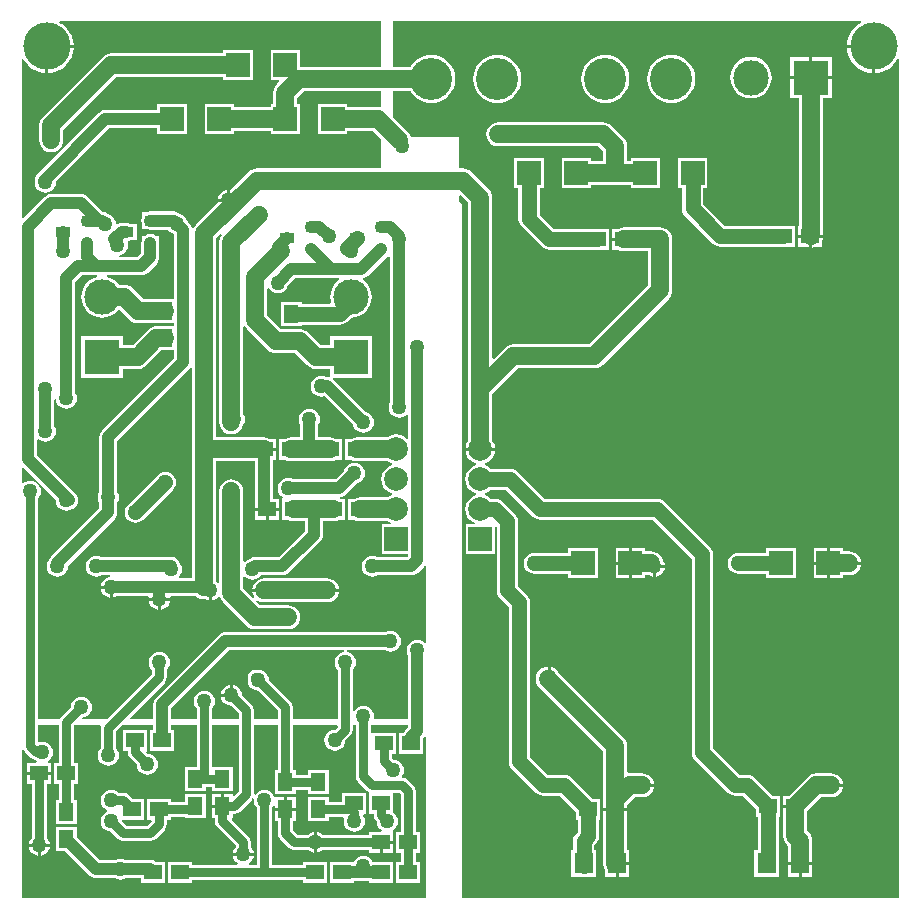
<source format=gbl>
G04 Layer_Physical_Order=2*
G04 Layer_Color=16711680*
%FSLAX25Y25*%
%MOIN*%
G70*
G01*
G75*
%ADD10R,0.05000X0.03600*%
%ADD11R,0.03600X0.03600*%
%ADD12R,0.03600X0.03000*%
%ADD13R,0.05000X0.06000*%
%ADD14R,0.06000X0.05000*%
%ADD29C,0.04000*%
%ADD30C,0.03000*%
%ADD31C,0.06000*%
%ADD32C,0.05000*%
%ADD33C,0.15748*%
%ADD34C,0.11811*%
%ADD35R,0.11811X0.11811*%
%ADD36C,0.14000*%
%ADD37R,0.11811X0.11811*%
%ADD38R,0.07874X0.07874*%
%ADD39C,0.07874*%
%ADD40C,0.05000*%
%ADD41R,0.07874X0.07874*%
%ADD42R,0.06200X0.07000*%
G36*
X461762Y419350D02*
X461506Y419017D01*
X461103Y418044D01*
X460965Y417000D01*
X460965Y417000D01*
Y357000D01*
X461103Y355956D01*
X461506Y354983D01*
X462147Y354147D01*
X462983Y353506D01*
X463956Y353103D01*
X465000Y352965D01*
X466044Y353103D01*
X467017Y353506D01*
X467853Y354147D01*
X468494Y354983D01*
X468897Y355956D01*
X468908Y356041D01*
X469057Y356235D01*
X469410Y357086D01*
X469530Y358000D01*
X469410Y358914D01*
X469057Y359765D01*
X469034Y359795D01*
Y388787D01*
X469462Y388965D01*
X469508Y388980D01*
X470147Y388147D01*
X477147Y381147D01*
X477147Y381147D01*
X477983Y380506D01*
X478553Y380270D01*
X478956Y380103D01*
X480000Y379965D01*
X486329D01*
X490360Y375935D01*
X491195Y375293D01*
X492168Y374890D01*
X493213Y374753D01*
X493213Y374753D01*
X497999D01*
Y372444D01*
X497888Y372176D01*
X497623Y371944D01*
X497000Y372026D01*
X496806D01*
X496765Y372057D01*
X495914Y372410D01*
X495000Y372530D01*
X494086Y372410D01*
X493235Y372057D01*
X492504Y371496D01*
X491943Y370765D01*
X491590Y369914D01*
X491470Y369000D01*
X491590Y368086D01*
X491943Y367235D01*
X492504Y366504D01*
X493235Y365943D01*
X494086Y365590D01*
X495000Y365470D01*
X495914Y365590D01*
X496067Y365654D01*
X505583Y356137D01*
X505590Y356086D01*
X505943Y355235D01*
X506504Y354504D01*
X507235Y353943D01*
X508086Y353590D01*
X509000Y353470D01*
X509914Y353590D01*
X510765Y353943D01*
X511496Y354504D01*
X512057Y355235D01*
X512410Y356086D01*
X512530Y357000D01*
X512410Y357914D01*
X512057Y358765D01*
X511496Y359496D01*
X510765Y360057D01*
X509914Y360410D01*
X509863Y360417D01*
X499140Y371140D01*
X498789Y371408D01*
X498950Y371882D01*
X511810D01*
Y385693D01*
X497999D01*
Y382822D01*
X494884D01*
X490853Y386853D01*
X490017Y387494D01*
X489044Y387897D01*
X488500Y387969D01*
Y388000D01*
X488262D01*
X488000Y388035D01*
X488000Y388035D01*
X481671D01*
X477035Y392671D01*
Y401489D01*
X477508Y401650D01*
X478004Y401004D01*
X478735Y400443D01*
X479586Y400090D01*
X480500Y399970D01*
X481414Y400090D01*
X482265Y400443D01*
X482996Y401004D01*
X483557Y401735D01*
X483910Y402586D01*
X483917Y402637D01*
X486253Y404974D01*
X500816D01*
X500984Y404503D01*
X499998Y403694D01*
X499135Y402642D01*
X498494Y401443D01*
X498099Y400141D01*
X497966Y398787D01*
X498099Y397434D01*
X498251Y396932D01*
X497954Y396530D01*
X488500D01*
Y397000D01*
X481500D01*
Y393229D01*
X481470Y393000D01*
X481500Y392771D01*
Y389000D01*
X488500D01*
Y389470D01*
X501117D01*
X502031Y389590D01*
X502882Y389943D01*
X503614Y390504D01*
X504964Y391854D01*
X506258Y391982D01*
X507560Y392377D01*
X508760Y393018D01*
X509811Y393881D01*
X510674Y394932D01*
X511315Y396132D01*
X511710Y397434D01*
X511844Y398787D01*
X511710Y400141D01*
X511315Y401443D01*
X510674Y402642D01*
X509811Y403694D01*
X508760Y404557D01*
X509034Y405070D01*
X509087Y405077D01*
X509602Y405291D01*
X509816Y405379D01*
X510443Y405860D01*
X516807Y412224D01*
X517828D01*
D01*
X517828D01*
X517974Y412078D01*
Y363806D01*
X517943Y363765D01*
X517590Y362914D01*
X517470Y362000D01*
X517590Y361086D01*
X517943Y360235D01*
X518504Y359504D01*
X519235Y358943D01*
X520086Y358590D01*
X521000Y358470D01*
X521914Y358590D01*
X522765Y358943D01*
X523496Y359504D01*
X523501Y359509D01*
X523974Y359349D01*
Y351675D01*
X523521Y351521D01*
X522490Y352312D01*
X521289Y352810D01*
X520000Y352980D01*
X518711Y352810D01*
X517510Y352312D01*
X517148Y352034D01*
X507006D01*
X505962Y351897D01*
X505019Y351506D01*
X503000D01*
Y348214D01*
X502972Y348000D01*
X503000Y347786D01*
Y344506D01*
X504989D01*
X504989Y344506D01*
X505962Y344103D01*
X507006Y343966D01*
X517148D01*
X517510Y343688D01*
X518567Y343250D01*
Y342750D01*
X517510Y342313D01*
X516479Y341521D01*
X515688Y340490D01*
X515190Y339289D01*
X515020Y338000D01*
X515190Y336711D01*
X515688Y335510D01*
X516479Y334479D01*
X517510Y333687D01*
X518567Y333250D01*
Y332750D01*
X517510Y332312D01*
X517156Y332041D01*
X508000D01*
X506956Y331904D01*
X505997Y331506D01*
X504000D01*
Y328269D01*
X503966Y328006D01*
X504000Y327744D01*
Y324506D01*
X505997D01*
X506956Y324109D01*
X508000Y323972D01*
X517140D01*
X517510Y323688D01*
X518138Y323427D01*
X518041Y322937D01*
X515063D01*
Y313063D01*
X523974D01*
Y312253D01*
X523747Y312026D01*
X513806D01*
X513765Y312057D01*
X512914Y312410D01*
X512000Y312530D01*
X511086Y312410D01*
X510235Y312057D01*
X509504Y311496D01*
X508943Y310765D01*
X508590Y309914D01*
X508470Y309000D01*
X508590Y308086D01*
X508943Y307235D01*
X509504Y306504D01*
X510235Y305943D01*
X511086Y305590D01*
X512000Y305470D01*
X512914Y305590D01*
X513765Y305943D01*
X513806Y305974D01*
X525000D01*
X525783Y306077D01*
X526299Y306291D01*
X526513Y306380D01*
X527140Y306860D01*
X529140Y308860D01*
X529493Y309321D01*
X529967Y309160D01*
Y283656D01*
X529496Y283496D01*
X528765Y284057D01*
X527914Y284410D01*
X527000Y284530D01*
X526086Y284410D01*
X525235Y284057D01*
X524504Y283496D01*
X523943Y282765D01*
X523590Y281914D01*
X523470Y281000D01*
X523590Y280086D01*
X523943Y279235D01*
X523974Y279194D01*
Y258000D01*
X512778D01*
X512448Y258376D01*
X512530Y259000D01*
X512410Y259914D01*
X512057Y260765D01*
X511496Y261496D01*
X510765Y262057D01*
X509914Y262410D01*
X509000Y262530D01*
X508086Y262410D01*
X507235Y262057D01*
X506504Y261496D01*
X506023Y260869D01*
X505549Y261030D01*
Y274572D01*
X506057Y275235D01*
X506410Y276086D01*
X506530Y277000D01*
X506410Y277914D01*
X506057Y278765D01*
X505496Y279496D01*
X504765Y280057D01*
X503914Y280410D01*
X503418Y280475D01*
X503451Y280974D01*
X516000D01*
X516166Y280996D01*
X516235Y280943D01*
X517086Y280590D01*
X518000Y280470D01*
X518914Y280590D01*
X519765Y280943D01*
X520496Y281504D01*
X521057Y282235D01*
X521410Y283086D01*
X521530Y284000D01*
X521410Y284914D01*
X521057Y285765D01*
X520496Y286496D01*
X519765Y287057D01*
X518914Y287410D01*
X518000Y287530D01*
X517086Y287410D01*
X516235Y287057D01*
X516166Y287004D01*
X516000Y287026D01*
X463000D01*
X462217Y286923D01*
X461789Y286746D01*
X461487Y286620D01*
X461215Y286412D01*
X460860Y286140D01*
X460860Y286140D01*
X439860Y265140D01*
X439380Y264513D01*
X439291Y264299D01*
X439077Y263783D01*
X438974Y263000D01*
Y258000D01*
X431258D01*
X431067Y258462D01*
X442802Y270198D01*
X443355Y271024D01*
X443549Y272000D01*
X443549Y272000D01*
X443549Y272000D01*
Y272000D01*
Y274572D01*
X444057Y275235D01*
X444410Y276086D01*
X444530Y277000D01*
X444410Y277914D01*
X444057Y278765D01*
X443496Y279496D01*
X442765Y280057D01*
X441914Y280410D01*
X441279Y280493D01*
X441000Y280549D01*
X440721Y280493D01*
X440086Y280410D01*
X439235Y280057D01*
X438504Y279496D01*
X437943Y278765D01*
X437590Y277914D01*
X437470Y277000D01*
X437590Y276086D01*
X437943Y275235D01*
X438451Y274572D01*
Y273056D01*
X423395Y258000D01*
X415258D01*
X415253Y258012D01*
X415221Y258499D01*
X415914Y258590D01*
X416765Y258943D01*
X417496Y259504D01*
X418057Y260235D01*
X418410Y261086D01*
X418530Y262000D01*
X418410Y262914D01*
X418057Y263765D01*
X417496Y264496D01*
X416765Y265057D01*
X415914Y265410D01*
X415000Y265530D01*
X414086Y265410D01*
X413235Y265057D01*
X412504Y264496D01*
X411943Y263765D01*
X411590Y262914D01*
X411481Y262086D01*
X408198Y258802D01*
X407719Y258086D01*
X407661Y258000D01*
X400549D01*
Y331573D01*
X401057Y332235D01*
X401410Y333086D01*
X401530Y334000D01*
X401410Y334914D01*
X401057Y335765D01*
X400496Y336496D01*
X399765Y337057D01*
X398914Y337410D01*
X398000Y337530D01*
X397086Y337410D01*
X396235Y337057D01*
X395679Y336630D01*
X395230Y336852D01*
Y341837D01*
X395692Y342029D01*
X406505Y331216D01*
X406476Y331000D01*
X406597Y330086D01*
X406949Y329235D01*
X407510Y328504D01*
X408241Y327943D01*
X409093Y327590D01*
X410006Y327470D01*
X410920Y327590D01*
X411771Y327943D01*
X412139Y328224D01*
X412513Y328380D01*
X413140Y328860D01*
X413621Y329487D01*
X413923Y330217D01*
X414026Y331000D01*
X413923Y331783D01*
X413709Y332299D01*
X413621Y332513D01*
X413140Y333140D01*
X400227Y346053D01*
Y351151D01*
X400675Y351372D01*
X401235Y350943D01*
X402086Y350590D01*
X403000Y350470D01*
X403914Y350590D01*
X404765Y350943D01*
X405496Y351504D01*
X406057Y352235D01*
X406410Y353086D01*
X406530Y354000D01*
X406410Y354914D01*
X406057Y355765D01*
X406026Y355806D01*
Y364549D01*
X406525Y364582D01*
X406590Y364086D01*
X406943Y363235D01*
X407504Y362504D01*
X408235Y361943D01*
X409086Y361590D01*
X410000Y361470D01*
X410914Y361590D01*
X411765Y361943D01*
X412496Y362504D01*
X413057Y363235D01*
X413410Y364086D01*
X413530Y365000D01*
X413410Y365914D01*
X413057Y366765D01*
X413026Y366806D01*
Y403747D01*
X415253Y405974D01*
X420104D01*
X420177Y405479D01*
X419249Y405198D01*
X418050Y404557D01*
X416998Y403694D01*
X416135Y402642D01*
X415494Y401443D01*
X415099Y400141D01*
X414966Y398787D01*
X415099Y397434D01*
X415494Y396132D01*
X416135Y394932D01*
X416998Y393881D01*
X418050Y393018D01*
X419249Y392377D01*
X420551Y391982D01*
X421905Y391848D01*
X423258Y391982D01*
X424560Y392377D01*
X425760Y393018D01*
X426811Y393881D01*
X427297Y394473D01*
X427797Y394498D01*
X431147Y391147D01*
X431147Y391147D01*
X431983Y390506D01*
X432956Y390103D01*
X434000Y389966D01*
X434000Y389966D01*
X443000D01*
X443262Y390000D01*
X445974D01*
Y389000D01*
X443262D01*
X443000Y389035D01*
X440000D01*
X439738Y389000D01*
X439500D01*
Y388969D01*
X438956Y388897D01*
X437983Y388494D01*
X437147Y387853D01*
X437147Y387853D01*
X432116Y382822D01*
X428810D01*
Y385693D01*
X414999D01*
Y371882D01*
X428810D01*
Y374753D01*
X433787D01*
X433787Y374753D01*
X434832Y374890D01*
X435805Y375293D01*
X436640Y375935D01*
X441671Y380965D01*
X443000D01*
X443262Y381000D01*
X445974D01*
Y378253D01*
X421860Y354140D01*
X421380Y353513D01*
X421291Y353299D01*
X421077Y352783D01*
X420974Y352000D01*
Y333806D01*
X420943Y333765D01*
X420590Y332914D01*
X420470Y332000D01*
X420590Y331086D01*
X420943Y330235D01*
X420974Y330194D01*
Y328253D01*
X404860Y312140D01*
X404380Y311513D01*
X404291Y311299D01*
X404219Y311125D01*
X403943Y310765D01*
X403590Y309914D01*
X403470Y309000D01*
X403590Y308086D01*
X403943Y307235D01*
X404504Y306504D01*
X405235Y305943D01*
X406086Y305590D01*
X407000Y305470D01*
X407914Y305590D01*
X408765Y305943D01*
X409496Y306504D01*
X410057Y307235D01*
X410410Y308086D01*
X410530Y309000D01*
X410501Y309222D01*
X426140Y324860D01*
X426620Y325487D01*
X426923Y326217D01*
X427026Y327000D01*
X427026Y327000D01*
X427026Y327000D01*
Y327000D01*
Y330194D01*
X427057Y330235D01*
X427410Y331086D01*
X427530Y332000D01*
X427410Y332914D01*
X427057Y333765D01*
X427026Y333806D01*
Y350747D01*
X451140Y374860D01*
X451492Y375320D01*
X451966Y375159D01*
Y305026D01*
X447651D01*
X447491Y305499D01*
X447496Y305504D01*
X448057Y306235D01*
X448410Y307086D01*
X448530Y308000D01*
X448410Y308914D01*
X448057Y309765D01*
X447781Y310125D01*
X447620Y310513D01*
X447140Y311140D01*
X446513Y311620D01*
X445783Y311923D01*
X445000Y312026D01*
X421806D01*
X421765Y312057D01*
X420914Y312410D01*
X420000Y312530D01*
X419086Y312410D01*
X418235Y312057D01*
X417504Y311496D01*
X416943Y310765D01*
X416590Y309914D01*
X416470Y309000D01*
X416590Y308086D01*
X416943Y307235D01*
X417504Y306504D01*
X418235Y305943D01*
X419086Y305590D01*
X420000Y305470D01*
X420914Y305590D01*
X421765Y305943D01*
X421806Y305974D01*
X424549D01*
X424582Y305475D01*
X424086Y305410D01*
X423235Y305057D01*
X422504Y304496D01*
X421943Y303765D01*
X421590Y302914D01*
X421536Y302500D01*
X425000D01*
Y302000D01*
X425500D01*
Y298536D01*
X425914Y298590D01*
X426765Y298943D01*
X426806Y298974D01*
X437247D01*
X437576Y298598D01*
X437563Y298500D01*
X444492D01*
X444479Y298598D01*
X444809Y298974D01*
X453373D01*
X453983Y298506D01*
X454956Y298103D01*
X456000Y297966D01*
X456175Y297989D01*
X456235Y297943D01*
X457086Y297590D01*
X457500Y297536D01*
Y301000D01*
X458500D01*
Y297536D01*
X458914Y297590D01*
X459765Y297943D01*
X460496Y298504D01*
X460708Y298779D01*
X461203Y298714D01*
X461506Y297983D01*
X462147Y297147D01*
X470147Y289147D01*
X470983Y288506D01*
X471956Y288103D01*
X473000Y287965D01*
X473000Y287965D01*
X484000D01*
X485044Y288103D01*
X486017Y288506D01*
X486853Y289147D01*
X487494Y289983D01*
X487897Y290956D01*
X488034Y292000D01*
X487897Y293044D01*
X487494Y294017D01*
X486853Y294853D01*
X486017Y295494D01*
X485044Y295897D01*
X484000Y296035D01*
X474671D01*
X473320Y297386D01*
X473650Y297762D01*
X473983Y297506D01*
X474956Y297103D01*
X476000Y296966D01*
X497000D01*
X498044Y297103D01*
X499017Y297506D01*
X499853Y298147D01*
X500494Y298983D01*
X500897Y299956D01*
X500969Y300500D01*
X497000D01*
Y301500D01*
X500969D01*
Y301500D01*
Y300500D01*
X501034Y301000D01*
X500897Y302044D01*
X500494Y303017D01*
X499853Y303853D01*
X499017Y304494D01*
X498044Y304897D01*
X497000Y305034D01*
X476000D01*
X474956Y304897D01*
X473983Y304494D01*
X473147Y303853D01*
X472506Y303017D01*
X472103Y302044D01*
X471966Y301000D01*
X472031Y300500D01*
Y301500D01*
Y301500D01*
X476000D01*
Y300500D01*
X472031D01*
X472103Y299956D01*
X472506Y298983D01*
X472761Y298650D01*
X472386Y298320D01*
X469034Y301671D01*
Y305345D01*
X469504Y305504D01*
X470235Y304943D01*
X471086Y304590D01*
X472000Y304470D01*
X472914Y304590D01*
X473765Y304943D01*
X474496Y305504D01*
X474857Y305974D01*
X482000D01*
X482783Y306077D01*
X483299Y306291D01*
X483513Y306380D01*
X484140Y306860D01*
X494640Y317360D01*
X495120Y317987D01*
X495209Y318201D01*
X495423Y318717D01*
X495526Y319500D01*
Y323972D01*
X499000D01*
X500044Y324109D01*
X501003Y324506D01*
X503000D01*
Y327744D01*
X503034Y328006D01*
X503000Y328269D01*
Y331506D01*
X501270D01*
X501237Y332005D01*
X501783Y332077D01*
X502299Y332291D01*
X502513Y332380D01*
X503140Y332860D01*
X506863Y336583D01*
X506914Y336590D01*
X507765Y336943D01*
X508496Y337504D01*
X509057Y338235D01*
X509410Y339086D01*
X509530Y340000D01*
X509410Y340914D01*
X509057Y341765D01*
X508496Y342496D01*
X507765Y343057D01*
X506914Y343410D01*
X506000Y343530D01*
X505086Y343410D01*
X504235Y343057D01*
X503504Y342496D01*
X502943Y341765D01*
X502590Y340914D01*
X502583Y340863D01*
X499747Y338026D01*
X485806D01*
X485765Y338057D01*
X484914Y338410D01*
X484000Y338530D01*
X483086Y338410D01*
X482235Y338057D01*
X481504Y337496D01*
X480943Y336765D01*
X480590Y335914D01*
X480470Y335000D01*
X480590Y334086D01*
X480943Y333235D01*
X481504Y332504D01*
X482187Y331980D01*
X482026Y331506D01*
X482000D01*
Y328269D01*
X481965Y328006D01*
X482000Y327744D01*
Y324506D01*
X483997D01*
X484956Y324109D01*
X486000Y323972D01*
X489474D01*
Y320753D01*
X480747Y312026D01*
X473000D01*
X472217Y311923D01*
X471487Y311620D01*
X471239Y311430D01*
X471086Y311410D01*
X470235Y311057D01*
X469504Y310496D01*
X469034Y310655D01*
Y334000D01*
X468897Y335044D01*
X468494Y336017D01*
X467853Y336853D01*
X467017Y337494D01*
X466044Y337897D01*
X465000Y338035D01*
X463956Y337897D01*
X462983Y337494D01*
X462147Y336853D01*
X461506Y336017D01*
X461103Y335044D01*
X460965Y334000D01*
Y303656D01*
X460496Y303496D01*
X460035Y303851D01*
Y343972D01*
X472974D01*
Y329006D01*
X473000Y328810D01*
Y328506D01*
X481000D01*
Y331506D01*
X479026D01*
Y344506D01*
X480000D01*
Y347506D01*
X476000D01*
Y348506D01*
X480000D01*
Y351506D01*
X478003D01*
X477044Y351904D01*
X476000Y352041D01*
X460035D01*
Y418329D01*
X461385Y419680D01*
X461762Y419350D01*
D02*
G37*
G36*
X674954Y490112D02*
X674180Y489698D01*
X672829Y488589D01*
X671720Y487237D01*
X670896Y485696D01*
X670388Y484023D01*
X670266Y482784D01*
X679134D01*
Y482283D01*
X679634D01*
Y473416D01*
X680873Y473538D01*
X682546Y474045D01*
X684088Y474869D01*
X685439Y475978D01*
X686548Y477329D01*
X686962Y478104D01*
X687447Y477982D01*
Y198380D01*
X541884D01*
Y429134D01*
X541767Y429719D01*
X541436Y430215D01*
X541000Y430507D01*
Y432430D01*
X541462Y432621D01*
X543965Y430118D01*
Y368000D01*
X543965Y368000D01*
X543965Y368000D01*
Y350852D01*
X543687Y350490D01*
X543190Y349289D01*
X543086Y348500D01*
X552914D01*
X552810Y349289D01*
X552313Y350490D01*
X552035Y350852D01*
Y366329D01*
X560671Y374966D01*
X586000D01*
X586000Y374966D01*
X587044Y375103D01*
X588017Y375506D01*
X588853Y376147D01*
X610853Y398147D01*
X611494Y398983D01*
X611897Y399956D01*
X612035Y401000D01*
X612035Y401000D01*
Y418000D01*
X611897Y419044D01*
X611494Y420017D01*
X610853Y420853D01*
X610017Y421494D01*
X609044Y421897D01*
X608000Y422035D01*
X596000D01*
X594956Y421897D01*
X593997Y421500D01*
X592000D01*
Y418500D01*
X596000D01*
Y417500D01*
X592000D01*
Y414500D01*
X593997D01*
X594956Y414103D01*
X596000Y413966D01*
X603966D01*
Y402671D01*
X584329Y383034D01*
X559000D01*
X559000Y383034D01*
X557956Y382897D01*
X556983Y382494D01*
X556147Y381853D01*
X552496Y378202D01*
X552035Y378394D01*
Y431789D01*
X551897Y432833D01*
X551494Y433806D01*
X550853Y434642D01*
X550853Y434642D01*
X545071Y440424D01*
X544236Y441065D01*
X543262Y441468D01*
X542218Y441605D01*
X542218Y441605D01*
X541000D01*
Y452000D01*
X524903D01*
X524897Y452044D01*
X524494Y453017D01*
X523853Y453853D01*
X519000Y458706D01*
Y467406D01*
X524763D01*
X524993Y466975D01*
X525993Y465757D01*
X527211Y464757D01*
X528601Y464014D01*
X530109Y463557D01*
X531677Y463402D01*
X533245Y463557D01*
X534753Y464014D01*
X536143Y464757D01*
X537361Y465757D01*
X538361Y466975D01*
X539104Y468365D01*
X539561Y469873D01*
X539716Y471441D01*
X539561Y473009D01*
X539104Y474517D01*
X538361Y475907D01*
X537361Y477125D01*
X536143Y478125D01*
X534753Y478868D01*
X533245Y479325D01*
X531677Y479480D01*
X530109Y479325D01*
X528601Y478868D01*
X527211Y478125D01*
X525993Y477125D01*
X524993Y475907D01*
X524763Y475476D01*
X519000D01*
Y490597D01*
X674833D01*
X674954Y490112D01*
D02*
G37*
G36*
X502582Y280475D02*
X502086Y280410D01*
X501235Y280057D01*
X500504Y279496D01*
X499943Y278765D01*
X499590Y277914D01*
X499470Y277000D01*
X499590Y276086D01*
X499943Y275235D01*
X500451Y274572D01*
Y258000D01*
X485549D01*
Y262000D01*
X485355Y262976D01*
X484802Y263802D01*
X477519Y271086D01*
X477410Y271914D01*
X477057Y272765D01*
X476496Y273496D01*
X475765Y274057D01*
X474914Y274410D01*
X474000Y274530D01*
X473455Y274459D01*
X473000Y274549D01*
X472024Y274355D01*
X471198Y273802D01*
X470645Y272975D01*
X470451Y272000D01*
X470541Y271545D01*
X470470Y271000D01*
X470590Y270086D01*
X470943Y269235D01*
X471504Y268504D01*
X472235Y267943D01*
X473086Y267590D01*
X473914Y267481D01*
X480451Y260944D01*
Y258000D01*
X472549D01*
Y261000D01*
X472355Y261976D01*
X471802Y262802D01*
X468519Y266086D01*
X468410Y266914D01*
X468057Y267765D01*
X467496Y268496D01*
X466765Y269057D01*
X465914Y269410D01*
X465500Y269464D01*
Y266000D01*
X465000D01*
Y265500D01*
X461536D01*
X461590Y265086D01*
X461943Y264235D01*
X462504Y263504D01*
X463235Y262943D01*
X464086Y262590D01*
X464914Y262481D01*
X467451Y259944D01*
Y258000D01*
X458549D01*
Y261573D01*
X459057Y262235D01*
X459410Y263086D01*
X459530Y264000D01*
X459410Y264914D01*
X459057Y265765D01*
X458496Y266496D01*
X457765Y267057D01*
X456914Y267410D01*
X456000Y267530D01*
X455086Y267410D01*
X454235Y267057D01*
X453504Y266496D01*
X452943Y265765D01*
X452590Y264914D01*
X452470Y264000D01*
X452590Y263086D01*
X452943Y262235D01*
X453451Y261573D01*
Y258000D01*
X445026D01*
Y261747D01*
X464253Y280974D01*
X502549D01*
X502582Y280475D01*
D02*
G37*
G36*
X523974Y255247D02*
X522860Y254133D01*
X522379Y253507D01*
X522374Y253494D01*
X521000D01*
Y246494D01*
X529000D01*
Y251714D01*
X529140Y251854D01*
X529493Y252315D01*
X529967Y252154D01*
Y198380D01*
X395230D01*
Y247784D01*
X395709Y247929D01*
X396198Y247198D01*
X398198Y245198D01*
X399025Y244645D01*
X399462Y244558D01*
X399504Y244504D01*
X400195Y243973D01*
X400034Y243500D01*
X397000D01*
Y240500D01*
X405000D01*
Y243500D01*
X403966D01*
X403805Y243973D01*
X404496Y244504D01*
X405057Y245235D01*
X405410Y246086D01*
X405530Y247000D01*
X405410Y247914D01*
X405057Y248765D01*
X404496Y249496D01*
X403765Y250057D01*
X402914Y250410D01*
X402000Y250530D01*
X401086Y250410D01*
X400965Y250360D01*
X400549Y250637D01*
Y256000D01*
X407451D01*
Y243500D01*
X406000D01*
Y236500D01*
X407451D01*
Y231000D01*
X406494D01*
Y223000D01*
X413494D01*
Y231000D01*
X412549D01*
Y236500D01*
X414000D01*
Y243500D01*
X412549D01*
Y255944D01*
X412605Y256000D01*
X421256D01*
X421573Y255613D01*
X421451Y255000D01*
Y248428D01*
X420943Y247765D01*
X420590Y246914D01*
X420470Y246000D01*
X420590Y245086D01*
X420943Y244235D01*
X421504Y243504D01*
X422235Y242943D01*
X423086Y242590D01*
X424000Y242470D01*
X424914Y242590D01*
X425765Y242943D01*
X426496Y243504D01*
X427057Y244235D01*
X427410Y245086D01*
X427530Y246000D01*
X427410Y246914D01*
X427057Y247765D01*
X426549Y248428D01*
Y253944D01*
X428605Y256000D01*
X438974D01*
Y254494D01*
X438000D01*
Y247494D01*
X446000D01*
Y254494D01*
X445026D01*
Y256000D01*
X453451D01*
Y242000D01*
X449494D01*
Y234000D01*
X456494D01*
Y235451D01*
X458500D01*
Y234000D01*
X465500D01*
Y242000D01*
X458549D01*
Y256000D01*
X467451D01*
Y234056D01*
X465962Y232567D01*
X465500Y232758D01*
Y233000D01*
X462500D01*
Y229000D01*
X462000D01*
Y228500D01*
X458500D01*
Y225000D01*
X459451D01*
Y224000D01*
X459451Y224000D01*
X459451D01*
X459645Y223025D01*
X460198Y222198D01*
X466451Y215944D01*
Y215427D01*
X465943Y214765D01*
X465590Y213914D01*
X465536Y213500D01*
X472464D01*
X472410Y213914D01*
X472057Y214765D01*
X471549Y215427D01*
Y217000D01*
X471355Y217975D01*
X470802Y218802D01*
X465067Y224538D01*
X465258Y225000D01*
X465500D01*
Y226451D01*
X466000D01*
X466975Y226645D01*
X467802Y227198D01*
X471802Y231198D01*
X472054Y231575D01*
X472522Y231399D01*
X472470Y231000D01*
X472590Y230086D01*
X472943Y229235D01*
X473451Y228573D01*
Y209543D01*
X471021D01*
X470861Y210016D01*
X471496Y210504D01*
X472057Y211235D01*
X472410Y212086D01*
X472464Y212500D01*
X465536D01*
X465590Y212086D01*
X465943Y211235D01*
X466504Y210504D01*
X467139Y210016D01*
X466979Y209543D01*
X452000D01*
Y210494D01*
X444000D01*
Y203494D01*
X452000D01*
Y204445D01*
X489000D01*
Y203506D01*
X497000D01*
Y210506D01*
X489000D01*
Y209543D01*
X478549D01*
Y228573D01*
X479027Y229195D01*
X479500Y229034D01*
Y228500D01*
X482500D01*
Y232000D01*
X479500D01*
Y232000D01*
X479374D01*
X479057Y232765D01*
X478496Y233496D01*
X477765Y234057D01*
X476914Y234410D01*
X476000Y234530D01*
X475086Y234410D01*
X474235Y234057D01*
X473504Y233496D01*
X473047Y232901D01*
X472760Y232958D01*
X472549Y233030D01*
Y256000D01*
X480451D01*
Y241000D01*
X479500D01*
Y233000D01*
X486500D01*
Y234451D01*
X490494D01*
Y233000D01*
X497494D01*
Y241000D01*
X490494D01*
Y239549D01*
X486500D01*
Y241000D01*
X485549D01*
Y256000D01*
X500242D01*
X500433Y255538D01*
X499414Y254519D01*
X498586Y254410D01*
X497735Y254057D01*
X497004Y253496D01*
X496443Y252765D01*
X496090Y251914D01*
X495970Y251000D01*
X496090Y250086D01*
X496443Y249235D01*
X497004Y248504D01*
X497735Y247943D01*
X498586Y247590D01*
X499500Y247470D01*
X500414Y247590D01*
X501265Y247943D01*
X501996Y248504D01*
X502557Y249235D01*
X502910Y250086D01*
X503019Y250914D01*
X504802Y252698D01*
X505355Y253524D01*
X505549Y254500D01*
Y256000D01*
X506451D01*
Y239000D01*
X506451Y239000D01*
X506451D01*
X506645Y238024D01*
X507198Y237198D01*
X510198Y234198D01*
X511025Y233645D01*
X511010Y233494D01*
X511000D01*
Y226494D01*
X512451D01*
Y226000D01*
X512451Y226000D01*
X512451D01*
X512645Y225025D01*
X513198Y224198D01*
X513481Y223914D01*
X513590Y223086D01*
X513943Y222235D01*
X514504Y221504D01*
X515195Y220973D01*
X515034Y220500D01*
X511000D01*
Y219549D01*
X495428D01*
X494765Y220057D01*
X493914Y220410D01*
X493500Y220464D01*
Y217000D01*
Y213536D01*
X493914Y213590D01*
X494765Y213943D01*
X495428Y214451D01*
X511000D01*
Y213500D01*
X514500D01*
Y217000D01*
X515000D01*
Y217500D01*
X519000D01*
Y220500D01*
X518966D01*
X518805Y220973D01*
X519496Y221504D01*
X520057Y222235D01*
X520410Y223086D01*
X520530Y224000D01*
X520410Y224914D01*
X520057Y225765D01*
X519496Y226496D01*
X519000Y226877D01*
Y233451D01*
X520944D01*
X521451Y232944D01*
Y220500D01*
X520000D01*
Y213500D01*
X521451D01*
Y210506D01*
X520000D01*
Y203506D01*
X528000D01*
Y210506D01*
X526549D01*
Y213500D01*
X528000D01*
Y220500D01*
X526549D01*
Y234000D01*
X526355Y234976D01*
X525802Y235802D01*
X523802Y237802D01*
X522975Y238355D01*
X522057Y238538D01*
X521881Y239005D01*
X522057Y239235D01*
X522410Y240086D01*
X522530Y241000D01*
X522410Y241914D01*
X522057Y242765D01*
X521496Y243496D01*
X520765Y244057D01*
X519914Y244410D01*
X519086Y244519D01*
X518549Y245056D01*
Y246494D01*
X520000D01*
Y253494D01*
X512000D01*
Y253494D01*
X511903D01*
X511549Y253847D01*
Y256000D01*
X523974D01*
Y255247D01*
D02*
G37*
G36*
X515000Y475476D02*
X487937D01*
Y480937D01*
X478063D01*
Y471063D01*
X480822D01*
X481013Y470601D01*
X480147Y469735D01*
X479506Y468899D01*
X479103Y467926D01*
X478966Y466882D01*
X478966Y466882D01*
Y462937D01*
X478063D01*
Y462035D01*
X465937D01*
Y462937D01*
X456063D01*
Y453063D01*
X465937D01*
Y453966D01*
X478063D01*
Y453063D01*
X487937D01*
Y462937D01*
X487035D01*
Y465211D01*
X489230Y467406D01*
X515000D01*
Y462282D01*
X514624Y461952D01*
X514000Y462035D01*
X514000Y462035D01*
X503685D01*
Y462937D01*
X493811D01*
Y453063D01*
X503685D01*
Y453966D01*
X512329D01*
X515000Y451294D01*
Y441605D01*
X473571D01*
X472527Y441468D01*
X471554Y441065D01*
X470718Y440424D01*
X470718Y440424D01*
X464729Y434434D01*
X464500Y434464D01*
Y431000D01*
X464000D01*
Y430500D01*
X460536D01*
X460566Y430271D01*
X453147Y422853D01*
X452506Y422017D01*
X452437Y421851D01*
X452049Y421800D01*
X451916D01*
X451620Y422513D01*
X451140Y423140D01*
X450417Y423863D01*
X450410Y423914D01*
X450057Y424765D01*
X449496Y425496D01*
X448765Y426057D01*
X447914Y426410D01*
X447843Y426419D01*
X447288Y426845D01*
X446559Y427147D01*
X445776Y427250D01*
X438028D01*
X437245Y427147D01*
X436948Y427025D01*
X435228D01*
Y425304D01*
X435105Y425008D01*
X435002Y424225D01*
X435105Y423441D01*
X435228Y423145D01*
Y421424D01*
X436948D01*
X437245Y421302D01*
X438028Y421199D01*
X443971D01*
X444504Y420504D01*
X445235Y419943D01*
X445974Y419637D01*
Y398000D01*
X443262D01*
X443000Y398035D01*
X435671D01*
X432065Y401640D01*
X431230Y402281D01*
X430257Y402684D01*
X429213Y402822D01*
X429213Y402822D01*
X427527D01*
X426811Y403694D01*
X425760Y404557D01*
X424560Y405198D01*
X423632Y405479D01*
X423706Y405974D01*
X435000D01*
X435783Y406077D01*
X436299Y406291D01*
X436513Y406380D01*
X437140Y406860D01*
X440167Y409888D01*
X440167Y409888D01*
X440376Y410160D01*
X440648Y410515D01*
X440951Y411245D01*
X441054Y412028D01*
X441054Y412028D01*
Y416724D01*
X440951Y417508D01*
X440828Y417804D01*
Y419225D01*
X439698D01*
X439541Y419345D01*
X438811Y419647D01*
X438028Y419750D01*
X437245Y419647D01*
X436515Y419345D01*
X436358Y419225D01*
X435228D01*
Y417804D01*
X435105Y417508D01*
X435002Y416724D01*
Y413281D01*
X433747Y412026D01*
X427451D01*
X427418Y412525D01*
X427914Y412590D01*
X428765Y412943D01*
X429496Y413504D01*
X430057Y414235D01*
X430410Y415086D01*
X430530Y416000D01*
X430410Y416914D01*
X430357Y417042D01*
X430607Y417475D01*
X430811Y417502D01*
X431107Y417625D01*
X433528D01*
Y423224D01*
X431107D01*
X430811Y423347D01*
X430028Y423450D01*
X428425D01*
X427641Y423347D01*
X427345Y423224D01*
X426528D01*
X426528Y423224D01*
Y423224D01*
X426501Y423223D01*
X426410Y423914D01*
X426057Y424765D01*
X425496Y425496D01*
X424765Y426057D01*
X423914Y426410D01*
X423843Y426419D01*
X423288Y426845D01*
X423075Y426933D01*
X422559Y427147D01*
X422067Y427212D01*
X417140Y432140D01*
X416513Y432620D01*
X416299Y432709D01*
X415783Y432923D01*
X415000Y433026D01*
X405000D01*
X404217Y432923D01*
X403701Y432709D01*
X403487Y432620D01*
X402860Y432140D01*
X395692Y424971D01*
X395230Y425163D01*
Y477982D01*
X395715Y478104D01*
X396129Y477329D01*
X397238Y475978D01*
X398589Y474869D01*
X400131Y474045D01*
X401804Y473538D01*
X403043Y473416D01*
Y482283D01*
X403543D01*
Y482784D01*
X412411D01*
X412289Y484023D01*
X411782Y485696D01*
X410957Y487237D01*
X409848Y488589D01*
X408497Y489698D01*
X407723Y490112D01*
X407844Y490597D01*
X515000D01*
Y475476D01*
D02*
G37*
%LPC*%
G36*
X461500Y233000D02*
X458500D01*
Y229500D01*
X461500D01*
Y233000D01*
D02*
G37*
G36*
X665000Y240035D02*
X660000D01*
X658956Y239897D01*
X658553Y239730D01*
X657983Y239494D01*
X657147Y238853D01*
X657147Y238853D01*
X650794Y232500D01*
X649000D01*
Y229500D01*
X653000D01*
Y228500D01*
X648966D01*
Y219000D01*
X648966Y219000D01*
X649103Y217956D01*
X649506Y216983D01*
X650147Y216147D01*
X650565Y215729D01*
Y214500D01*
X650500D01*
Y210500D01*
X658700D01*
Y214500D01*
X658635D01*
Y217400D01*
X658497Y218444D01*
X658094Y219417D01*
X657453Y220253D01*
X657034Y220671D01*
Y227329D01*
X661671Y231965D01*
X665000D01*
X666044Y232103D01*
X667017Y232506D01*
X667853Y233147D01*
X668494Y233983D01*
X668897Y234956D01*
X668969Y235500D01*
X665000D01*
Y236500D01*
X668969D01*
Y236500D01*
Y235500D01*
X669034Y236000D01*
X668897Y237044D01*
X668494Y238017D01*
X667853Y238853D01*
X667017Y239494D01*
X666044Y239897D01*
X665000Y240035D01*
D02*
G37*
G36*
X510000Y233494D02*
X502000D01*
Y230549D01*
X497494D01*
Y232000D01*
X490494D01*
Y224000D01*
X497494D01*
Y225451D01*
X502363D01*
X502640Y225035D01*
X502590Y224914D01*
X502470Y224000D01*
X502590Y223086D01*
X502943Y222235D01*
X503504Y221504D01*
X504235Y220943D01*
X505086Y220590D01*
X506000Y220470D01*
X506914Y220590D01*
X507765Y220943D01*
X508496Y221504D01*
X509057Y222235D01*
X509410Y223086D01*
X509530Y224000D01*
X509410Y224914D01*
X509057Y225765D01*
X508842Y226045D01*
X509063Y226494D01*
X510000D01*
Y233494D01*
D02*
G37*
G36*
X570500Y275535D02*
X569456Y275397D01*
X568483Y274994D01*
X567647Y274353D01*
X567006Y273517D01*
X566603Y272544D01*
X566466Y271500D01*
X566603Y270456D01*
X567006Y269483D01*
X567647Y268647D01*
X588966Y247329D01*
Y231000D01*
X588966Y231000D01*
X588966Y231000D01*
Y228500D01*
X597035D01*
Y229329D01*
X599671Y231965D01*
X602000D01*
X603044Y232103D01*
X604017Y232506D01*
X604853Y233147D01*
X605494Y233983D01*
X605897Y234956D01*
X605969Y235500D01*
X602000D01*
Y236500D01*
X605969D01*
Y236500D01*
Y235500D01*
X606035Y236000D01*
X605897Y237044D01*
X605494Y238017D01*
X604853Y238853D01*
X604017Y239494D01*
X603044Y239897D01*
X602000Y240035D01*
X598000D01*
X598000Y240035D01*
X597410Y239957D01*
X597035Y240287D01*
Y249000D01*
X597035Y249000D01*
X596897Y250044D01*
X596494Y251017D01*
X595853Y251853D01*
X595853Y251853D01*
X574140Y273566D01*
X574057Y273765D01*
X573496Y274496D01*
X572765Y275057D01*
X571914Y275410D01*
X571500Y275464D01*
Y272000D01*
X570500D01*
Y275535D01*
D02*
G37*
G36*
X437000Y254494D02*
X429000D01*
Y247494D01*
X430451D01*
Y247000D01*
X430451Y247000D01*
X430451D01*
X430645Y246024D01*
X431198Y245198D01*
X433481Y242914D01*
X433590Y242086D01*
X433943Y241235D01*
X434504Y240504D01*
X435235Y239943D01*
X436086Y239590D01*
X437000Y239470D01*
X437914Y239590D01*
X438765Y239943D01*
X439496Y240504D01*
X440057Y241235D01*
X440410Y242086D01*
X440530Y243000D01*
X440410Y243914D01*
X440057Y244765D01*
X439496Y245496D01*
X438765Y246057D01*
X437914Y246410D01*
X437086Y246519D01*
X436573Y247032D01*
X436764Y247494D01*
X437000D01*
Y254494D01*
D02*
G37*
G36*
X424500Y301500D02*
X421536D01*
X421590Y301086D01*
X421943Y300235D01*
X422504Y299504D01*
X423235Y298943D01*
X424086Y298590D01*
X424500Y298536D01*
Y301500D01*
D02*
G37*
G36*
X587189Y314937D02*
X577315D01*
Y313530D01*
X566000D01*
X565086Y313410D01*
X564235Y313057D01*
X563504Y312496D01*
X562943Y311765D01*
X562590Y310914D01*
X562470Y310000D01*
X562590Y309086D01*
X562943Y308235D01*
X563504Y307504D01*
X564235Y306943D01*
X565086Y306590D01*
X566000Y306470D01*
X577315D01*
Y305063D01*
X587189D01*
Y314937D01*
D02*
G37*
G36*
X597500Y309500D02*
X593063D01*
Y305063D01*
X597500D01*
Y309500D01*
D02*
G37*
G36*
X464500Y269464D02*
X464086Y269410D01*
X463235Y269057D01*
X462504Y268496D01*
X461943Y267765D01*
X461590Y266914D01*
X461536Y266500D01*
X464500D01*
Y269464D01*
D02*
G37*
G36*
X440528Y297500D02*
X437563D01*
X437618Y297086D01*
X437971Y296235D01*
X438532Y295504D01*
X439263Y294943D01*
X440114Y294590D01*
X440528Y294536D01*
Y297500D01*
D02*
G37*
G36*
X444492D02*
X441528D01*
Y294536D01*
X441941Y294590D01*
X442793Y294943D01*
X443524Y295504D01*
X444085Y296235D01*
X444438Y297086D01*
X444492Y297500D01*
D02*
G37*
G36*
X486500Y232000D02*
X483500D01*
Y228500D01*
X486500D01*
Y232000D01*
D02*
G37*
G36*
X597700Y209500D02*
X594100D01*
Y205500D01*
X597700D01*
Y209500D01*
D02*
G37*
G36*
X552914Y347500D02*
X543086D01*
X543190Y346711D01*
X543687Y345510D01*
X544479Y344479D01*
X545510Y343688D01*
X546566Y343250D01*
Y342750D01*
X545510Y342313D01*
X544479Y341521D01*
X543687Y340490D01*
X543190Y339289D01*
X543020Y338000D01*
X543190Y336711D01*
X543687Y335510D01*
X544479Y334479D01*
X545510Y333687D01*
X546566Y333250D01*
Y332750D01*
X545510Y332312D01*
X544479Y331521D01*
X543687Y330490D01*
X543190Y329289D01*
X543020Y328000D01*
X543190Y326711D01*
X543687Y325510D01*
X544479Y324479D01*
X545510Y323688D01*
X546138Y323427D01*
X546041Y322937D01*
X543063D01*
Y313063D01*
X552937D01*
Y322417D01*
X553054Y322466D01*
X553470Y322188D01*
Y301000D01*
X553470Y301000D01*
X553470D01*
X553590Y300086D01*
X553943Y299235D01*
X554504Y298504D01*
X557470Y295538D01*
Y244000D01*
X557470Y244000D01*
X557470D01*
X557590Y243086D01*
X557943Y242235D01*
X558504Y241504D01*
X566504Y233504D01*
X566504Y233504D01*
X566504D01*
X566504Y233504D01*
X566504D01*
X566504Y233504D01*
Y233504D01*
Y233504D01*
D01*
D01*
X566504D01*
Y233504D01*
X567235Y232943D01*
X568086Y232590D01*
X569000Y232470D01*
X574538D01*
X580000Y227008D01*
Y224500D01*
X580470D01*
Y220462D01*
X579904Y219896D01*
X579343Y219165D01*
X578990Y218314D01*
X578870Y217400D01*
Y214500D01*
X578300D01*
Y205500D01*
X582171D01*
X582400Y205470D01*
X582629Y205500D01*
X586500D01*
Y214500D01*
X585930D01*
Y215938D01*
X586496Y216504D01*
X587057Y217235D01*
X587410Y218086D01*
X587530Y219000D01*
Y224500D01*
X588000D01*
Y231500D01*
X585493D01*
X578496Y238496D01*
X577765Y239057D01*
X576914Y239410D01*
X576000Y239530D01*
X570462D01*
X564530Y245462D01*
Y297000D01*
X564410Y297914D01*
X564057Y298765D01*
X563496Y299496D01*
X560530Y302462D01*
Y324000D01*
X560410Y324914D01*
X560057Y325765D01*
X559496Y326496D01*
X555496Y330496D01*
X554765Y331057D01*
X553914Y331410D01*
X553000Y331530D01*
X551509D01*
X550490Y332312D01*
X549434Y332750D01*
Y333250D01*
X550490Y333687D01*
X551509Y334470D01*
X556538D01*
X565504Y325504D01*
X566235Y324943D01*
X567086Y324590D01*
X568000Y324470D01*
X568000Y324470D01*
X605538D01*
X618470Y311538D01*
Y247000D01*
X618470Y247000D01*
X618470D01*
X618590Y246086D01*
X618943Y245235D01*
X619504Y244504D01*
X630504Y233504D01*
X630504Y233504D01*
X630504D01*
X630504Y233504D01*
X630504D01*
X630504Y233504D01*
Y233504D01*
Y233504D01*
D01*
D01*
X630504D01*
Y233504D01*
X631235Y232943D01*
X632086Y232590D01*
X633000Y232470D01*
X635538D01*
X640000Y228008D01*
Y225500D01*
X640470D01*
Y214500D01*
X639300D01*
Y205500D01*
X647500D01*
Y210371D01*
X647530Y210600D01*
X647530Y210600D01*
X647530Y210600D01*
Y210600D01*
Y225500D01*
X648000D01*
Y232500D01*
X645493D01*
X639496Y238496D01*
X638765Y239057D01*
X637914Y239410D01*
X637000Y239530D01*
X634462D01*
X625530Y248462D01*
Y313000D01*
X625410Y313914D01*
X625057Y314765D01*
X624496Y315496D01*
X609496Y330496D01*
X608765Y331057D01*
X607914Y331410D01*
X607000Y331530D01*
X569462D01*
X560496Y340496D01*
X559765Y341057D01*
X558914Y341410D01*
X558000Y341530D01*
X551509D01*
X550490Y342313D01*
X549434Y342750D01*
Y343250D01*
X550490Y343688D01*
X551521Y344479D01*
X552313Y345510D01*
X552810Y346711D01*
X552914Y347500D01*
D02*
G37*
G36*
X654100Y209500D02*
X650500D01*
Y205500D01*
X654100D01*
Y209500D01*
D02*
G37*
G36*
X413494Y222000D02*
X406494D01*
Y214000D01*
X409714D01*
X417854Y205860D01*
X417854Y205860D01*
X418126Y205652D01*
X418481Y205380D01*
X419210Y205077D01*
X419994Y204974D01*
X419994Y204974D01*
X426194D01*
X426235Y204943D01*
X427086Y204590D01*
X428000Y204470D01*
X428914Y204590D01*
X429765Y204943D01*
X429806Y204974D01*
X435000D01*
Y203494D01*
X443000D01*
Y210494D01*
X439672D01*
X439506Y210620D01*
X438777Y210923D01*
X437994Y211026D01*
X429806D01*
X429765Y211057D01*
X428914Y211410D01*
X428000Y211530D01*
X427086Y211410D01*
X426235Y211057D01*
X426194Y211026D01*
X421247D01*
X413494Y218779D01*
Y222000D01*
D02*
G37*
G36*
X509000Y212530D02*
X508086Y212410D01*
X507235Y212057D01*
X506504Y211496D01*
X505943Y210765D01*
X505836Y210506D01*
X498000D01*
Y203506D01*
X506000D01*
Y203980D01*
X511000D01*
Y203506D01*
X519000D01*
Y210506D01*
X512164D01*
X512057Y210765D01*
X511496Y211496D01*
X510765Y212057D01*
X509914Y212410D01*
X509000Y212530D01*
D02*
G37*
G36*
X597035Y227500D02*
X588966D01*
Y209600D01*
X589103Y208556D01*
X589500Y207597D01*
Y205500D01*
X593100D01*
Y210000D01*
X593600D01*
Y210500D01*
X597700D01*
Y214500D01*
X597035D01*
Y227500D01*
D02*
G37*
G36*
X658700Y209500D02*
X655100D01*
Y205500D01*
X658700D01*
Y209500D01*
D02*
G37*
G36*
X486500Y227500D02*
X479500D01*
Y224000D01*
X480451D01*
Y220000D01*
X480645Y219024D01*
X481198Y218198D01*
X484198Y215198D01*
X484198D01*
X484198Y215198D01*
X484198Y215198D01*
Y215198D01*
X485024Y214645D01*
X486000Y214451D01*
X490573D01*
X491235Y213943D01*
X492086Y213590D01*
X492500Y213536D01*
Y217000D01*
Y220464D01*
X492086Y220410D01*
X491235Y220057D01*
X490573Y219549D01*
X487056D01*
X485549Y221056D01*
Y224000D01*
X486500D01*
Y227500D01*
D02*
G37*
G36*
X405000Y239500D02*
X397000D01*
Y236500D01*
X398451D01*
Y218427D01*
X397943Y217765D01*
X397590Y216914D01*
X397536Y216500D01*
X404464D01*
X404410Y216914D01*
X404057Y217765D01*
X403549Y218427D01*
Y236500D01*
X405000D01*
Y239500D01*
D02*
G37*
G36*
X425000Y234530D02*
X424086Y234410D01*
X423235Y234057D01*
X422504Y233496D01*
X421943Y232765D01*
X421590Y231914D01*
X421470Y231000D01*
X421590Y230086D01*
X421943Y229235D01*
X422504Y228504D01*
X423235Y227943D01*
X423700Y227750D01*
Y227250D01*
X423235Y227057D01*
X422504Y226496D01*
X421943Y225765D01*
X421590Y224914D01*
X421470Y224000D01*
X421590Y223086D01*
X421943Y222235D01*
X422504Y221504D01*
X423235Y220943D01*
X424086Y220590D01*
X424914Y220481D01*
X427198Y218198D01*
X428024Y217645D01*
X429000Y217451D01*
X438000D01*
X438975Y217645D01*
X439802Y218198D01*
X439802Y218198D01*
X439802Y218198D01*
X442802Y221198D01*
X443355Y222024D01*
X443549Y223000D01*
X443549Y223000D01*
X443549Y223000D01*
Y223000D01*
Y224506D01*
X445000D01*
Y225457D01*
X449494D01*
Y225000D01*
X456494D01*
Y233000D01*
X449494D01*
Y230555D01*
X445000D01*
Y231506D01*
X437000D01*
Y224506D01*
X438248D01*
X438440Y224044D01*
X436944Y222549D01*
X430056D01*
X428560Y224044D01*
X428670Y224310D01*
X428843Y224506D01*
X436000D01*
Y231506D01*
X432105D01*
X430809Y232802D01*
X429982Y233355D01*
X429006Y233549D01*
X427427D01*
X426765Y234057D01*
X425914Y234410D01*
X425000Y234530D01*
D02*
G37*
G36*
X400500Y215500D02*
X397536D01*
X397590Y215086D01*
X397943Y214235D01*
X398504Y213504D01*
X399235Y212943D01*
X400086Y212590D01*
X400500Y212536D01*
Y215500D01*
D02*
G37*
G36*
X404464D02*
X401500D01*
Y212536D01*
X401914Y212590D01*
X402765Y212943D01*
X403496Y213504D01*
X404057Y214235D01*
X404410Y215086D01*
X404464Y215500D01*
D02*
G37*
G36*
X519000Y216500D02*
X515500D01*
Y213500D01*
X519000D01*
Y216500D01*
D02*
G37*
G36*
X653189Y314937D02*
X643315D01*
Y313530D01*
X634000D01*
X633086Y313410D01*
X632235Y313057D01*
X631504Y312496D01*
X630943Y311765D01*
X630590Y310914D01*
X630470Y310000D01*
X630590Y309086D01*
X630943Y308235D01*
X631504Y307504D01*
X632235Y306943D01*
X633086Y306590D01*
X634000Y306470D01*
X643315D01*
Y305063D01*
X653189D01*
Y314937D01*
D02*
G37*
G36*
X450189Y462937D02*
X440315D01*
Y461026D01*
X423000D01*
X423000Y461026D01*
X422608Y460974D01*
X422217Y460923D01*
X421701Y460709D01*
X421487Y460620D01*
X420860Y460140D01*
X400360Y439640D01*
X399880Y439013D01*
X399577Y438283D01*
X399474Y437500D01*
X399505Y437266D01*
X399470Y437000D01*
X399590Y436086D01*
X399943Y435235D01*
X400504Y434504D01*
X401235Y433943D01*
X402086Y433590D01*
X403000Y433470D01*
X403914Y433590D01*
X404765Y433943D01*
X405496Y434504D01*
X406057Y435235D01*
X406410Y436086D01*
X406530Y437000D01*
X406501Y437222D01*
X424253Y454974D01*
X440315D01*
Y453063D01*
X450189D01*
Y462937D01*
D02*
G37*
G36*
X553677Y479480D02*
X552109Y479325D01*
X550601Y478868D01*
X549211Y478125D01*
X547993Y477125D01*
X546993Y475907D01*
X546250Y474517D01*
X545793Y473009D01*
X545639Y471441D01*
X545793Y469873D01*
X546250Y468365D01*
X546993Y466975D01*
X547993Y465757D01*
X549211Y464757D01*
X550601Y464014D01*
X552109Y463557D01*
X553677Y463402D01*
X555245Y463557D01*
X556753Y464014D01*
X558143Y464757D01*
X559361Y465757D01*
X560361Y466975D01*
X561104Y468365D01*
X561561Y469873D01*
X561716Y471441D01*
X561561Y473009D01*
X561104Y474517D01*
X560361Y475907D01*
X559361Y477125D01*
X558143Y478125D01*
X556753Y478868D01*
X555245Y479325D01*
X553677Y479480D01*
D02*
G37*
G36*
X589677D02*
X588109Y479325D01*
X586601Y478868D01*
X585211Y478125D01*
X583993Y477125D01*
X582993Y475907D01*
X582250Y474517D01*
X581793Y473009D01*
X581638Y471441D01*
X581793Y469873D01*
X582250Y468365D01*
X582993Y466975D01*
X583993Y465757D01*
X585211Y464757D01*
X586601Y464014D01*
X588109Y463557D01*
X589677Y463402D01*
X591245Y463557D01*
X592753Y464014D01*
X594143Y464757D01*
X595361Y465757D01*
X596361Y466975D01*
X597104Y468365D01*
X597561Y469873D01*
X597716Y471441D01*
X597561Y473009D01*
X597104Y474517D01*
X596361Y475907D01*
X595361Y477125D01*
X594143Y478125D01*
X592753Y478868D01*
X591245Y479325D01*
X589677Y479480D01*
D02*
G37*
G36*
X665118Y471405D02*
X651307D01*
Y464999D01*
X654178D01*
Y422500D01*
X654000D01*
Y419500D01*
X662247D01*
Y464999D01*
X665118D01*
Y471405D01*
D02*
G37*
G36*
X463500Y434464D02*
X463086Y434410D01*
X462235Y434057D01*
X461504Y433496D01*
X460943Y432765D01*
X460590Y431914D01*
X460536Y431500D01*
X463500D01*
Y434464D01*
D02*
G37*
G36*
X589000Y457034D02*
X589000Y457034D01*
X554000D01*
X552956Y456897D01*
X551983Y456494D01*
X551147Y455853D01*
X550506Y455017D01*
X550103Y454044D01*
X549965Y453000D01*
X550103Y451956D01*
X550506Y450983D01*
X551147Y450147D01*
X551983Y449506D01*
X552956Y449103D01*
X554000Y448966D01*
X587329D01*
X588966Y447329D01*
Y444041D01*
X584937D01*
Y444943D01*
X575063D01*
Y435069D01*
X584937D01*
Y435972D01*
X598063D01*
Y435063D01*
X607937D01*
Y444937D01*
X598063D01*
Y444041D01*
X597035D01*
Y449000D01*
X596897Y450044D01*
X596494Y451017D01*
X596216Y451380D01*
X595853Y451853D01*
X595853Y451853D01*
X591853Y455853D01*
X591017Y456494D01*
X590044Y456897D01*
X589000Y457034D01*
D02*
G37*
G36*
X611677Y479480D02*
X610109Y479325D01*
X608601Y478868D01*
X607211Y478125D01*
X605993Y477125D01*
X604993Y475907D01*
X604250Y474517D01*
X603793Y473009D01*
X603639Y471441D01*
X603793Y469873D01*
X604250Y468365D01*
X604993Y466975D01*
X605993Y465757D01*
X607211Y464757D01*
X608601Y464014D01*
X610109Y463557D01*
X611677Y463402D01*
X613245Y463557D01*
X614753Y464014D01*
X616143Y464757D01*
X617361Y465757D01*
X618361Y466975D01*
X619104Y468365D01*
X619561Y469873D01*
X619716Y471441D01*
X619561Y473009D01*
X619104Y474517D01*
X618361Y475907D01*
X617361Y477125D01*
X616143Y478125D01*
X614753Y478868D01*
X613245Y479325D01*
X611677Y479480D01*
D02*
G37*
G36*
X665118Y478810D02*
X658713D01*
Y472405D01*
X665118D01*
Y478810D01*
D02*
G37*
G36*
X412411Y481783D02*
X404043D01*
Y473416D01*
X405283Y473538D01*
X406956Y474045D01*
X408497Y474869D01*
X409848Y475978D01*
X410957Y477329D01*
X411782Y478871D01*
X412289Y480544D01*
X412411Y481783D01*
D02*
G37*
G36*
X678634D02*
X670266D01*
X670388Y480544D01*
X670896Y478871D01*
X671720Y477329D01*
X672829Y475978D01*
X674180Y474869D01*
X675722Y474045D01*
X677394Y473538D01*
X678634Y473416D01*
Y481783D01*
D02*
G37*
G36*
X638213Y478844D02*
X636859Y478710D01*
X635557Y478315D01*
X634358Y477674D01*
X633306Y476811D01*
X632443Y475760D01*
X631802Y474560D01*
X631407Y473258D01*
X631274Y471905D01*
X631407Y470551D01*
X631802Y469249D01*
X632443Y468050D01*
X633306Y466998D01*
X634358Y466135D01*
X635557Y465494D01*
X636859Y465099D01*
X638213Y464966D01*
X639566Y465099D01*
X640868Y465494D01*
X642068Y466135D01*
X643119Y466998D01*
X643982Y468050D01*
X644623Y469249D01*
X645018Y470551D01*
X645152Y471905D01*
X645018Y473258D01*
X644623Y474560D01*
X643982Y475760D01*
X643119Y476811D01*
X642068Y477674D01*
X640868Y478315D01*
X639566Y478710D01*
X638213Y478844D01*
D02*
G37*
G36*
X472189Y480937D02*
X462315D01*
Y480034D01*
X425000D01*
X423956Y479897D01*
X422983Y479494D01*
X422147Y478853D01*
X402147Y458853D01*
X401506Y458017D01*
X401103Y457044D01*
X400965Y456000D01*
X400965Y456000D01*
Y451000D01*
X401103Y449956D01*
X401506Y448983D01*
X402147Y448147D01*
X402983Y447506D01*
X403956Y447103D01*
X405000Y446966D01*
X406044Y447103D01*
X407017Y447506D01*
X407853Y448147D01*
X408494Y448983D01*
X408897Y449956D01*
X409034Y451000D01*
Y454329D01*
X426671Y471966D01*
X462315D01*
Y471063D01*
X472189D01*
Y480937D01*
D02*
G37*
G36*
X657713Y478810D02*
X651307D01*
Y472405D01*
X657713D01*
Y478810D01*
D02*
G37*
G36*
X623685Y444937D02*
X613811D01*
Y435063D01*
X615218D01*
Y428252D01*
X615338Y427338D01*
X615691Y426487D01*
X616252Y425756D01*
X625504Y416504D01*
X626235Y415943D01*
X627086Y415590D01*
X628000Y415470D01*
X649000D01*
X649229Y415500D01*
X653000D01*
Y422500D01*
X649229D01*
X649000Y422530D01*
X629462D01*
X622278Y429714D01*
Y435063D01*
X623685D01*
Y444937D01*
D02*
G37*
G36*
X668937Y314937D02*
X664500D01*
Y310000D01*
Y305063D01*
X668937D01*
Y305965D01*
X671000D01*
X672044Y306103D01*
X673017Y306506D01*
X673853Y307147D01*
X674494Y307983D01*
X674897Y308956D01*
X674969Y309500D01*
X671000D01*
Y310500D01*
X674969D01*
Y310500D01*
Y309500D01*
X675035Y310000D01*
X674897Y311044D01*
X674494Y312017D01*
X673853Y312853D01*
X673017Y313494D01*
X672044Y313897D01*
X671000Y314035D01*
X668937D01*
Y314937D01*
D02*
G37*
G36*
X597500D02*
X593063D01*
Y310500D01*
X597500D01*
Y314937D01*
D02*
G37*
G36*
X663500D02*
X659063D01*
Y310500D01*
X663500D01*
Y314937D01*
D02*
G37*
G36*
Y309500D02*
X659063D01*
Y305063D01*
X663500D01*
Y309500D01*
D02*
G37*
G36*
X602937Y314937D02*
X598500D01*
Y310000D01*
Y305063D01*
X602937D01*
Y305965D01*
X604205D01*
X604235Y305943D01*
X605086Y305590D01*
X605500Y305536D01*
Y309000D01*
X606000D01*
Y309500D01*
X609464D01*
X609410Y309914D01*
X609057Y310765D01*
X608908Y310959D01*
X608897Y311044D01*
X608494Y312017D01*
X607853Y312853D01*
X607017Y313494D01*
X606044Y313897D01*
X605000Y314035D01*
X602937D01*
Y314937D01*
D02*
G37*
G36*
X609464Y308500D02*
X606500D01*
Y305536D01*
X606914Y305590D01*
X607765Y305943D01*
X608496Y306504D01*
X609057Y307235D01*
X609410Y308086D01*
X609464Y308500D01*
D02*
G37*
G36*
X443000Y340530D02*
X442086Y340410D01*
X441235Y340057D01*
X440504Y339496D01*
X430504Y329496D01*
X429943Y328765D01*
X429590Y327914D01*
X429470Y327000D01*
X429590Y326086D01*
X429943Y325235D01*
X430504Y324504D01*
X431235Y323943D01*
X432086Y323590D01*
X433000Y323470D01*
X433914Y323590D01*
X434765Y323943D01*
X435496Y324504D01*
X445496Y334504D01*
X446057Y335235D01*
X446410Y336086D01*
X446530Y337000D01*
X446410Y337914D01*
X446057Y338765D01*
X445496Y339496D01*
X444765Y340057D01*
X443914Y340410D01*
X443000Y340530D01*
D02*
G37*
G36*
X569189Y444943D02*
X559315D01*
Y435069D01*
X560722D01*
Y424748D01*
X560842Y423834D01*
X561195Y422983D01*
X561756Y422252D01*
X568504Y415504D01*
X569235Y414943D01*
X570086Y414590D01*
X571000Y414470D01*
X587000D01*
X587229Y414500D01*
X591000D01*
Y421500D01*
X587229D01*
X587000Y421530D01*
X572462D01*
X567782Y426210D01*
Y435069D01*
X569189D01*
Y444943D01*
D02*
G37*
G36*
X662153Y418500D02*
X658500D01*
Y415216D01*
X659257Y415315D01*
X659702Y415500D01*
X662000D01*
Y417904D01*
X662110Y418168D01*
X662153Y418500D01*
D02*
G37*
G36*
X657500D02*
X654000D01*
Y415500D01*
X656723D01*
X657168Y415315D01*
X657500Y415272D01*
Y418500D01*
D02*
G37*
G36*
X476500Y327506D02*
X473000D01*
Y324506D01*
X476500D01*
Y327506D01*
D02*
G37*
G36*
X481000D02*
X477500D01*
Y324506D01*
X481000D01*
Y327506D01*
D02*
G37*
G36*
X491000Y361530D02*
X490086Y361410D01*
X489235Y361057D01*
X488504Y360496D01*
X487943Y359765D01*
X487590Y358914D01*
X487470Y358000D01*
X487590Y357086D01*
X487943Y356235D01*
X487974Y356194D01*
Y352041D01*
X485000D01*
X483956Y351904D01*
X482997Y351506D01*
X481000D01*
Y348269D01*
X480966Y348006D01*
X481000Y347744D01*
Y344506D01*
X482997D01*
X483956Y344109D01*
X485000Y343972D01*
X498000D01*
X499044Y344109D01*
X500003Y344506D01*
X502000D01*
Y347744D01*
X502035Y348006D01*
X502000Y348269D01*
Y351506D01*
X500003D01*
X499044Y351904D01*
X498000Y352041D01*
X494026D01*
Y356194D01*
X494057Y356235D01*
X494410Y357086D01*
X494530Y358000D01*
X494410Y358914D01*
X494057Y359765D01*
X493496Y360496D01*
X492765Y361057D01*
X491914Y361410D01*
X491000Y361530D01*
D02*
G37*
%LPD*%
D10*
X430028Y420425D02*
D03*
X483524Y418425D02*
D03*
X409028Y420425D02*
D03*
X507028Y418425D02*
D03*
D11*
X438028Y424225D02*
D03*
X491524Y422225D02*
D03*
X417028Y424225D02*
D03*
X515028Y422225D02*
D03*
D12*
X438028Y416724D02*
D03*
X491524Y414724D02*
D03*
X417028Y416724D02*
D03*
X515028Y414724D02*
D03*
D13*
X483000Y237000D02*
D03*
Y228000D02*
D03*
X462000Y238000D02*
D03*
Y229000D02*
D03*
X409994Y227000D02*
D03*
Y218000D02*
D03*
X493994Y237000D02*
D03*
Y228000D02*
D03*
X452994Y238000D02*
D03*
Y229000D02*
D03*
X443000Y394000D02*
D03*
Y385000D02*
D03*
X485000Y393000D02*
D03*
Y384000D02*
D03*
D14*
X439000Y206994D02*
D03*
X448000D02*
D03*
X524000Y207006D02*
D03*
X515000D02*
D03*
X506000Y229994D02*
D03*
X515000D02*
D03*
X502000Y207006D02*
D03*
X493000D02*
D03*
X524000Y217000D02*
D03*
X515000D02*
D03*
X410000Y240000D02*
D03*
X401000D02*
D03*
X441000Y228006D02*
D03*
X432000D02*
D03*
X433000Y250994D02*
D03*
X442000D02*
D03*
X516000Y249994D02*
D03*
X525000D02*
D03*
X649000Y419000D02*
D03*
X658000D02*
D03*
X644000Y229000D02*
D03*
X653000D02*
D03*
X587000Y418000D02*
D03*
X596000D02*
D03*
X584000Y228000D02*
D03*
X593000D02*
D03*
X507000Y348006D02*
D03*
X498000D02*
D03*
X486000Y328006D02*
D03*
X477000D02*
D03*
X485000Y348006D02*
D03*
X476000D02*
D03*
X508000Y328006D02*
D03*
X499000D02*
D03*
D29*
X495000Y369000D02*
X497000D01*
X509000Y357000D01*
X480500Y403500D02*
X485000Y408000D01*
X525000Y251994D02*
X527000Y253994D01*
X463000Y284000D02*
X516000D01*
X442000Y263000D02*
X463000Y284000D01*
X442000Y250994D02*
Y263000D01*
X527000Y253994D02*
Y281000D01*
X502000Y207006D02*
X515000D01*
X428000Y208000D02*
X437994D01*
X419994D02*
X428000D01*
X409994Y218000D02*
X419994Y208000D01*
X438028Y424225D02*
X445776D01*
X428425Y420425D02*
X430028D01*
X426000Y418000D02*
X428425Y420425D01*
X435000Y409000D02*
X438028Y412028D01*
Y416724D01*
X420000Y409000D02*
X435000D01*
X515028Y422225D02*
X517775D01*
X521000Y419000D01*
X491524Y422225D02*
X494272D01*
X497496Y419000D01*
X480496Y415397D02*
X483524Y418425D01*
X508303Y408000D02*
X515028Y414724D01*
X498248Y408000D02*
X508303D01*
X491524Y414724D02*
X498248Y408000D01*
X491000Y348006D02*
Y358000D01*
X482000Y309000D02*
X492500Y319500D01*
Y328006D01*
X407000Y309000D02*
Y310000D01*
X424000Y327000D01*
Y332000D01*
X405000Y430000D02*
X415000D01*
X424000Y332000D02*
Y352000D01*
X410000Y365000D02*
Y405000D01*
X414000Y409000D01*
X420000D01*
X521000Y362000D02*
Y417000D01*
X484000Y335000D02*
X501000D01*
X506000Y340000D01*
X424000Y352000D02*
X449000Y377000D01*
Y421000D01*
X447000Y423000D02*
X449000Y421000D01*
X485000Y408000D02*
X498248D01*
X410006Y331000D02*
X411000D01*
X420000Y309000D02*
X445000D01*
X441000Y298028D02*
Y302000D01*
X425000D02*
X441000D01*
X476000Y329006D02*
X477000Y328006D01*
X476000Y329006D02*
Y348006D01*
X473000Y309000D02*
X482000D01*
X472000Y308000D02*
X473000Y309000D01*
X527000Y311000D02*
Y382000D01*
X525000Y309000D02*
X527000Y311000D01*
X512000Y309000D02*
X525000D01*
X441000Y302000D02*
X456000D01*
X397201Y344799D02*
X411000Y331000D01*
X397201Y344799D02*
Y422201D01*
X405000Y430000D01*
X417000Y412000D02*
X420000Y409000D01*
X417000Y412000D02*
Y416724D01*
X421775Y424225D02*
X423000Y423000D01*
X417028Y424225D02*
X420776D01*
X421775D01*
X415000Y430000D02*
X420776Y424225D01*
X409028Y414028D02*
Y420425D01*
X408963Y413989D02*
X409028Y413774D01*
X423000Y458000D02*
X445252D01*
X402500Y437500D02*
X423000Y458000D01*
X403000Y354000D02*
Y368000D01*
D30*
X465000Y266000D02*
X470000Y261000D01*
Y233000D02*
Y261000D01*
X466000Y229000D02*
X470000Y233000D01*
X462000Y229000D02*
X466000D01*
X462000Y224000D02*
Y229000D01*
Y224000D02*
X469000Y217000D01*
X441000Y228006D02*
X452000D01*
X476000Y206994D02*
X492987D01*
X448000D02*
X476000D01*
Y231000D01*
X516000Y244000D02*
Y249994D01*
Y244000D02*
X519000Y241000D01*
X509000Y239000D02*
X512000Y236000D01*
X509000Y239000D02*
Y259000D01*
X499500Y251000D02*
X503000Y254500D01*
Y277000D01*
X524000Y217000D02*
Y234000D01*
X522000Y236000D02*
X524000Y234000D01*
X512000Y236000D02*
X522000D01*
X483000Y237000D02*
Y262000D01*
X473000Y272000D02*
X483000Y262000D01*
X452994Y238000D02*
X462000D01*
X456000D02*
Y264000D01*
X398000Y249000D02*
X400000Y247000D01*
X398000Y249000D02*
Y334000D01*
X441000Y277000D02*
Y278000D01*
Y272000D02*
Y277000D01*
X410000Y257000D02*
X415000Y262000D01*
X410000Y240000D02*
Y257000D01*
X424000Y255000D02*
X441000Y272000D01*
X424000Y246000D02*
Y255000D01*
X524000Y207006D02*
Y217000D01*
X515000Y226000D02*
X517000Y224000D01*
X515000Y226000D02*
Y229994D01*
X506000Y224000D02*
Y226994D01*
X493994Y228000D02*
X504994D01*
X483000Y237000D02*
X493994D01*
X483000Y220000D02*
Y228000D01*
Y220000D02*
X486000Y217000D01*
X493000D01*
X469000Y214000D02*
Y217000D01*
X493000D02*
X515000D01*
X433000Y247000D02*
Y250994D01*
Y247000D02*
X437000Y243000D01*
X401000Y216000D02*
Y240000D01*
X441000Y223000D02*
Y228006D01*
X438000Y220000D02*
X441000Y223000D01*
X429000Y220000D02*
X438000D01*
X425000Y224000D02*
X429000Y220000D01*
X425000Y231000D02*
X429006D01*
X432000Y228006D01*
X410000Y227006D02*
Y240000D01*
D31*
X473000Y405504D02*
X481496Y414000D01*
X473000Y391000D02*
Y405504D01*
Y391000D02*
X480000Y384000D01*
X548000Y368000D02*
Y431789D01*
X542218Y437571D02*
X548000Y431789D01*
X596000Y418000D02*
X608000D01*
X658213Y419213D02*
Y471905D01*
X593000Y440006D02*
X602994D01*
X580000D02*
X593000D01*
X554000Y453000D02*
X589000D01*
X593000Y449000D01*
Y440006D02*
Y449000D01*
X598000Y310000D02*
X605000D01*
X664000D02*
X671000D01*
X660000Y236000D02*
X665000D01*
X653000Y229000D02*
X660000Y236000D01*
X653000Y219000D02*
Y229000D01*
Y219000D02*
X654600Y217400D01*
Y210000D02*
Y217400D01*
X598000Y236000D02*
X602000D01*
X593000Y231000D02*
X598000Y236000D01*
X593000Y209600D02*
Y228000D01*
Y231000D01*
Y249000D01*
X570500Y271500D02*
X593000Y249000D01*
X548000Y348000D02*
Y368000D01*
X559000Y379000D01*
X586000D01*
X608000Y401000D01*
Y418000D01*
X487559Y471441D02*
X531677D01*
X483000Y458000D02*
Y466882D01*
X487559Y471441D01*
X498748Y458000D02*
X514000D01*
X521000Y451000D01*
X425000Y476000D02*
X467252D01*
X405000Y456000D02*
X425000Y476000D01*
X405000Y451000D02*
Y456000D01*
X434000Y394000D02*
X443000D01*
X429213Y398787D02*
X434000Y394000D01*
X421905Y398787D02*
X429213D01*
X440000Y385000D02*
X443000D01*
X433787Y378787D02*
X440000Y385000D01*
X421905Y378787D02*
X433787D01*
X485000Y384000D02*
X488000D01*
X493213Y378787D01*
X506905D01*
X473571Y437571D02*
X542218D01*
X507006Y348000D02*
X520000D01*
X456006Y348006D02*
X476000D01*
X508000Y328006D02*
X519994D01*
X485000Y348006D02*
X491000D01*
X498000D01*
X486000Y328006D02*
X492500D01*
X499000D01*
X480000Y384000D02*
X485000D01*
X456000Y420000D02*
X473571Y437571D01*
X456000Y302000D02*
Y420000D01*
X465000Y417000D02*
X474120Y426120D01*
X465000Y357000D02*
Y417000D01*
Y300000D02*
Y334000D01*
Y300000D02*
X473000Y292000D01*
X484000D01*
X476000Y301000D02*
X497000D01*
X461000Y458000D02*
X483000D01*
D32*
X637000Y419000D02*
X649000D01*
X628000D02*
X637000D01*
X571000Y418000D02*
X587000D01*
X564252Y424748D02*
X571000Y418000D01*
X564252Y424748D02*
Y440006D01*
X618748Y428252D02*
X628000Y419000D01*
X618748Y428252D02*
Y440000D01*
X566000Y310000D02*
X582252D01*
X634000D02*
X648252D01*
X569000Y236000D02*
X576000D01*
X584000Y228000D01*
Y219000D02*
Y228000D01*
X582400Y217400D02*
X584000Y219000D01*
X582400Y209000D02*
Y217400D01*
X633000Y236000D02*
X637000D01*
X644000Y229000D01*
Y210600D02*
Y229000D01*
X643400Y210000D02*
X644000Y210600D01*
X607000Y328000D02*
X622000Y313000D01*
Y247000D02*
Y313000D01*
Y247000D02*
X633000Y236000D01*
X561000Y244000D02*
X569000Y236000D01*
X561000Y244000D02*
Y297000D01*
X557000Y301000D02*
X561000Y297000D01*
X548000Y338000D02*
X558000D01*
X568000Y328000D01*
X607000D01*
X557000Y301000D02*
Y324000D01*
X553000Y328000D02*
X557000Y324000D01*
X548000Y328000D02*
X553000D01*
X485000Y393000D02*
X501117D01*
X506905Y398787D01*
X503603Y415000D02*
X507028Y418425D01*
X433000Y327000D02*
X443000Y337000D01*
D33*
X403543Y482283D02*
D03*
X679134D02*
D03*
D34*
X638213Y471905D02*
D03*
X421905Y398787D02*
D03*
X504905D02*
D03*
D35*
X658213Y471905D02*
D03*
D36*
X531677Y471441D02*
D03*
X553677D02*
D03*
X589677D02*
D03*
X611677D02*
D03*
D37*
X421905Y378787D02*
D03*
X504905D02*
D03*
D38*
X520000Y318000D02*
D03*
X548000D02*
D03*
D39*
X520000Y328000D02*
D03*
Y338000D02*
D03*
Y348000D02*
D03*
X548000Y328000D02*
D03*
Y338000D02*
D03*
Y348000D02*
D03*
D40*
X464000Y431000D02*
D03*
X469000Y213000D02*
D03*
X476000Y231000D02*
D03*
X509000Y259000D02*
D03*
X499500Y251000D02*
D03*
X503000Y277000D02*
D03*
X518000Y284000D02*
D03*
X456000Y264000D02*
D03*
X465000Y266000D02*
D03*
X474000Y271000D02*
D03*
X527000Y281000D02*
D03*
X402000Y247000D02*
D03*
X398000Y334000D02*
D03*
X415000Y262000D02*
D03*
X441000Y277000D02*
D03*
X519000Y241000D02*
D03*
X517000Y224000D02*
D03*
X509000Y209000D02*
D03*
X506000Y224000D02*
D03*
X493000Y217000D02*
D03*
X401000Y216000D02*
D03*
X424000Y246000D02*
D03*
X437000Y243000D02*
D03*
X428000Y208000D02*
D03*
X425000Y231000D02*
D03*
Y224000D02*
D03*
X571000Y418000D02*
D03*
X608000D02*
D03*
X637000Y419000D02*
D03*
X554000Y453000D02*
D03*
X606000Y309000D02*
D03*
X671000Y310000D02*
D03*
X566000D02*
D03*
X634000D02*
D03*
X569000Y236000D02*
D03*
X633000D02*
D03*
X602000D02*
D03*
X665000D02*
D03*
X571000Y272000D02*
D03*
X522000Y449000D02*
D03*
X405000Y451000D02*
D03*
X423000Y423000D02*
D03*
X447000D02*
D03*
X427000Y416000D02*
D03*
X409000Y414000D02*
D03*
X481496D02*
D03*
X505000D02*
D03*
X521000Y418000D02*
D03*
X497496Y419000D02*
D03*
X491000Y358000D02*
D03*
X407000Y309000D02*
D03*
X424000Y332000D02*
D03*
X484000Y335000D02*
D03*
X445000Y308000D02*
D03*
X472000D02*
D03*
X410000Y365000D02*
D03*
X521000Y362000D02*
D03*
X495000Y369000D02*
D03*
X506000Y340000D02*
D03*
X509000Y357000D02*
D03*
X474120Y426120D02*
D03*
X466000Y358000D02*
D03*
X480500Y403500D02*
D03*
X443000Y337000D02*
D03*
X433000Y327000D02*
D03*
X410006Y331000D02*
D03*
X420000Y309000D02*
D03*
X425000Y302000D02*
D03*
X441028Y298000D02*
D03*
X465000Y334000D02*
D03*
X484000Y292000D02*
D03*
X458000Y301000D02*
D03*
X476000D02*
D03*
X497000D02*
D03*
X527000Y382000D02*
D03*
X512000Y309000D02*
D03*
X403000Y437000D02*
D03*
Y368000D02*
D03*
Y354000D02*
D03*
D41*
X580000Y440006D02*
D03*
X564252D02*
D03*
X598000Y310000D02*
D03*
X582252D02*
D03*
X664000D02*
D03*
X648252D02*
D03*
X603000Y440000D02*
D03*
X618748D02*
D03*
X467252Y476000D02*
D03*
X483000D02*
D03*
X498748Y458000D02*
D03*
X483000D02*
D03*
X445252D02*
D03*
X461000D02*
D03*
D42*
X582400Y210000D02*
D03*
X593600D02*
D03*
X643400D02*
D03*
X654600D02*
D03*
M02*

</source>
